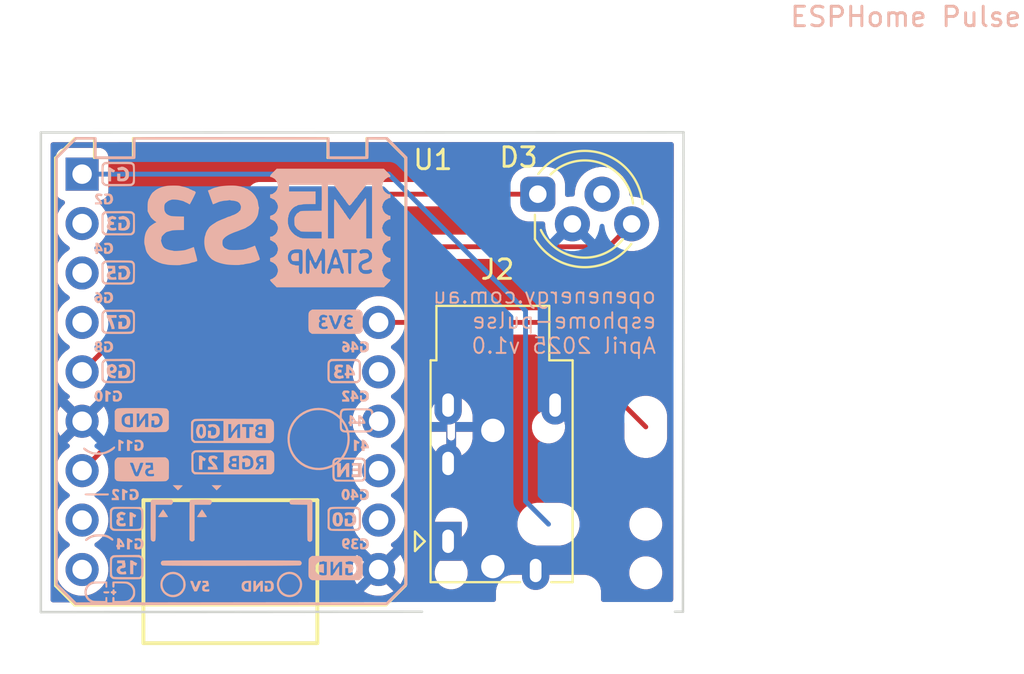
<source format=kicad_pcb>
(kicad_pcb (version 20241229) (generator "pcbnew") (generator_version "9.0")
  (title_block (comment 4 "AISLER Project ID: CIGYZTGM"))
  (layers (0 "F.Cu" signal) (2 "B.Cu" signal) (13 "F.Paste" user) (15 "B.Paste" user) (5 "F.SilkS" user "F.Silkscreen") (7 "B.SilkS" user "B.Silkscreen") (1 "F.Mask" user) (3 "B.Mask" user) (25 "Edge.Cuts" user))
  (net 0 "")
  (net 10 "Net-(U1-A1CH0{slash}TCH1{slash}GPIO1)")
  (net 11 "Net-(D3-DIN)")
  (net 12 "GND")
  (net 13 "+5V")
  (net 14 "+3.3V")
  (footprint "m5stamp:STAMP-S3-2_54-DIP" (layer "F.Cu") (at 78.74 80.95)
    (property "Reference" "U1" (at 9.31 -10.31 0) (layer "F.SilkS") (effects (justify left bottom)))
    (property "Value" "~" (hide yes))
    (pad "1" thru_hole rect (at -7.62 -10.160003) (size 1.7 1.7) (drill 1) (layers "*.Cu" "*.Mask") (net 10 "Net-(U1-A1CH0{slash}TCH1{slash}GPIO1)"))
    (pad "3" thru_hole circle (at -7.62 -7.619998) (size 1.7 1.7) (drill 1) (layers "*.Cu" "*.Mask"))
    (pad "5" thru_hole circle (at -7.62 -5.08) (size 1.7 1.7) (drill 1) (layers "*.Cu" "*.Mask"))
    (pad "7" thru_hole circle (at -7.62 -2.54) (size 1.7 1.7) (drill 1) (layers "*.Cu" "*.Mask"))
    (pad "9" thru_hole circle (at -7.62 0.000002) (size 1.7 1.7) (drill 1) (layers "*.Cu" "*.Mask") (net 11 "Net-(D3-DIN)"))
    (pad "11" thru_hole circle (at -7.62 2.54) (size 1.7 1.7) (drill 1) (layers "*.Cu" "*.Mask") (net 12 "GND"))
    (pad "13" thru_hole circle (at -7.62 5.08) (size 1.7 1.7) (drill 1) (layers "*.Cu" "*.Mask") (net 13 "+5V"))
    (pad "15" thru_hole circle (at -7.62 7.62) (size 1.7 1.7) (drill 1) (layers "*.Cu" "*.Mask"))
    (pad "17" thru_hole circle (at -7.62 10.16) (size 1.7 1.7) (drill 1) (layers "*.Cu" "*.Mask"))
    (pad "18" thru_hole circle (at 7.62 10.160004 180) (size 1.7 1.7) (drill 1) (layers "*.Cu" "*.Mask") (net 12 "GND"))
    (pad "20" thru_hole circle (at 7.62 7.620004 180) (size 1.7 1.7) (drill 1) (layers "*.Cu" "*.Mask"))
    (pad "22" thru_hole circle (at 7.62 5.080007 180) (size 1.7 1.7) (drill 1) (layers "*.Cu" "*.Mask"))
    (pad "24" thru_hole circle (at 7.62 2.540004 180) (size 1.7 1.7) (drill 1) (layers "*.Cu" "*.Mask"))
    (pad "26" thru_hole circle (at 7.62 0.000004 180) (size 1.7 1.7) (drill 1) (layers "*.Cu" "*.Mask"))
    (pad "28" thru_hole circle (at 7.62 -2.539996 180) (size 1.7 1.7) (drill 1) (layers "*.Cu" "*.Mask") (net 14 "+3.3V"))
  )
  (footprint "LED_THT:LED_D5.0mm-4_RGB_Staggered_Pins" (layer "F.Cu") (at 94.54 71.82)
    (property "Reference" "D3" (at -0.99 -1.89 0) (layer "F.SilkS"))
    (property "Value" "WS2812B_THT")
    (pad "1" thru_hole roundrect (at 0 0) (size 1.8 1.8) (drill 0.9) (layers "*.Cu" "*.Mask") (net 11 "Net-(D3-DIN)"))
    (pad "2" thru_hole circle (at 1.778 1.524) (size 1.8 1.8) (drill 0.9) (layers "*.Cu" "*.Mask") (net 12 "GND"))
    (pad "3" thru_hole circle (at 3.302 0) (size 1.8 1.8) (drill 0.9) (layers "*.Cu" "*.Mask"))
    (pad "4" thru_hole circle (at 4.826 1.524) (size 1.8 1.8) (drill 0.9) (layers "*.Cu" "*.Mask") (net 13 "+5V"))
  )
  (footprint "Connector_Audio:Jack_3.5mm_PJ320E_Horizontal" (layer "F.Cu") (at 89.93 89.66)
    (property "Reference" "J2" (at 2.54 -13.97 0) (layer "F.SilkS"))
    (property "Value" "AudioJack2")
    (pad "" np_thru_hole circle (at 2.3 -5.7 270) (size 1.2 1.2) (drill 1.2) (layers "*.Cu" "*.Mask"))
    (pad "" np_thru_hole circle (at 2.3 1.3 270) (size 1.2 1.2) (drill 1.2) (layers "*.Cu" "*.Mask"))
    (pad "" thru_hole oval (at 5.5 -7 270) (size 2 1.4) (drill oval 1.2 0.6) (layers "*.Cu" "*.Mask"))
    (pad "R1" thru_hole oval (at 0 -4 270) (size 2 1.4) (drill oval 1.2 0.6) (layers "*.Cu" "*.Mask"))
    (pad "R2" thru_hole oval (at 0 -7 270) (size 2 1.4) (drill oval 1.2 0.6) (layers "*.Cu" "*.Mask"))
    (pad "S" thru_hole oval (at 4.5 1.5 270) (size 2 1.4) (drill oval 1.2 0.6) (layers "*.Cu" "*.Mask") (net 10 "Net-(U1-A1CH0{slash}TCH1{slash}GPIO1)"))
    (pad "T" thru_hole rect (at 0 0 270) (size 2 1.4) (drill oval 1.2 0.6) (layers "*.Cu" "*.Mask") (net 14 "+3.3V"))
  )
  (gr_line (start 69 68.65) (end 69 93.3) (stroke (width 0.127)) (layer "Edge.Cuts"))
  (gr_line (start 101.59 93.28) (end 102.000024 93.28) (stroke (width 0.127)) (layer "Edge.Cuts"))
  (gr_line (start 102.03 68.64) (end 69 68.65) (stroke (width 0.127)) (layer "Edge.Cuts"))
  (gr_line (start 102.000024 93.28) (end 102.03 68.64) (stroke (width 0.127)) (layer "Edge.Cuts"))
  (gr_line (start 69 93.3) (end 88.59 93.28) (stroke (width 0.127)) (layer "Edge.Cuts"))
  (gr_text "openenergy.com.au\nesphome-pulse\nApril 2025 v1.0" (at 100.68 80.08 0) (layer "B.SilkS") (effects (font (size 0.8 0.8) (thickness 0.1)) (justify left bottom mirror)))
  (gr_text "ESPHome Pulse" (at 107.43 63.29 0) (layer "B.SilkS") (effects (font (size 1 1)) (justify left bottom)))
  (segment (start 93.91 77.81) (end 93.91 87.6) (width 0.25) (layer "B.Cu") (net 10))
  (segment (start 86.889997 70.789997) (end 93.91 77.81) (width 0.25) (layer "B.Cu") (net 10))
  (segment (start 93.91 87.6) (end 95.09 88.78) (width 0.25) (layer "B.Cu") (net 10))
  (segment (start 71.12 70.789997) (end 86.889997 70.789997) (width 0.25) (layer "B.Cu") (net 10))
  (segment (start 80.250002 71.82) (end 71.12 80.950002) (width 0.25) (layer "F.Cu") (net 11))
  (segment (start 94.54 71.82) (end 80.250002 71.82) (width 0.25) (layer "F.Cu") (net 11))
  (segment (start 82.02 75.13) (end 81.95 75.2) (width 0.1524) (layer "F.Cu") (net 13))
  (segment (start 82.6276 74.5224) (end 71.12 86.03) (width 0.25) (layer "F.Cu") (net 13))
  (segment (start 98.1876 74.5224) (end 82.6276 74.5224) (width 0.25) (layer "F.Cu") (net 13))
  (segment (start 99.366 73.344) (end 98.1876 74.5224) (width 0.25) (layer "F.Cu") (net 13))
  (segment (start 71.229998 86.139998) (end 71.12 86.03) (width 0.1524) (layer "F.Cu") (net 13))
  (segment (start 70.709289 86.139998) (end 70.660916 86.091625) (width 0.1524) (layer "F.Cu") (net 13))
  (segment (start 94.720004 78.410004) (end 86.36 78.410004) (width 0.25) (layer "F.Cu") (net 14))
  (segment (start 100.09 83.78) (end 94.720004 78.410004) (width 0.25) (layer "F.Cu") (net 14))
  (zone (net 12) (net_name "GND") (layers "F.Cu" "B.Cu") (connect_pads (clearance 0.5)) (min_thickness 0.25) (fill yes (thermal_gap 0.5) (thermal_bridge_width 0.5))
    (polygon (pts (xy 105.75 66.65) (xy 66.9 66.9) (xy 67.3 96.35) (xy 105.95 96.5)))
  )
)
</source>
